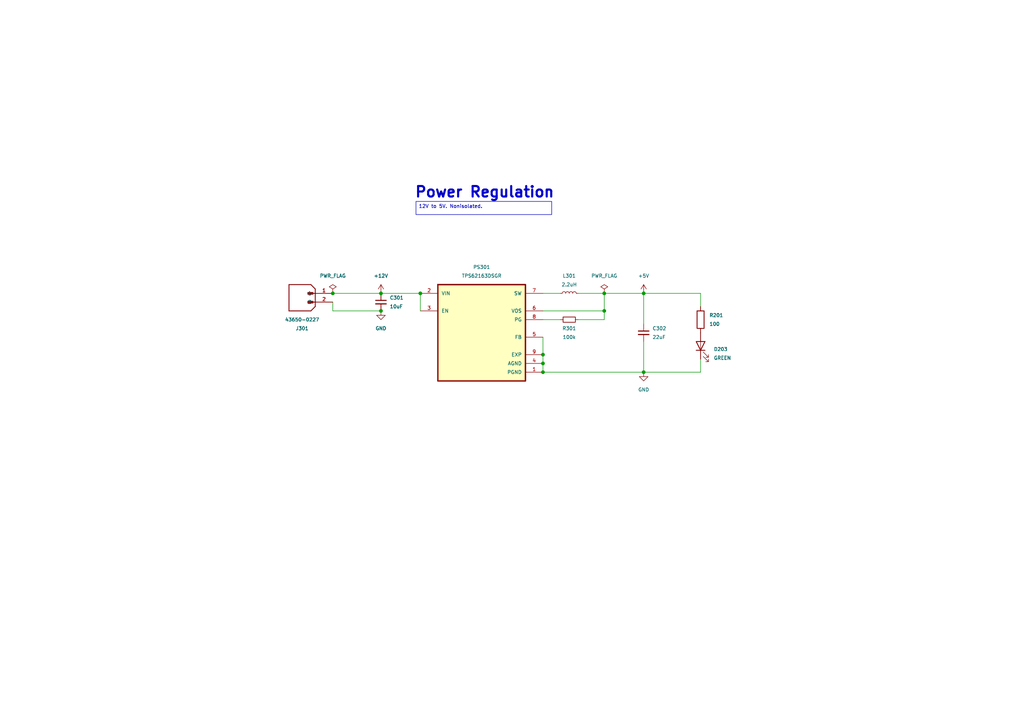
<source format=kicad_sch>
(kicad_sch (version 20230121) (generator eeschema)
  (paper "A4")
  (title_block (title "Blackbody A") (date "2023-07-16") (rev "v0.2.0") (company "LHR Solar") (comment 1 "Jacob Giddens") (comment 2 "Matthew Yu") (comment 3 "Gary Hallock"))
  (lib_symbols
    (symbol "Device:C_Small" (pin_numbers hide) (pin_names (offset 0.254) hide)
      (property "Reference" "C" (at 0.254 1.778 0))
      (property "Value" "C_Small" (at 0.254 -2.032 0))
      (symbol "C_Small_0_1"
        (polyline (pts (xy -1.524 -0.508) (xy 1.524 -0.508)) (stroke (width 0.3302)))
        (polyline (pts (xy -1.524 0.508) (xy 1.524 0.508)) (stroke (width 0.3048)))
      )
      (symbol "C_Small_1_1"
        (pin passive line (at 0 2.54 270) (length 2.032) (name "~") (number "1"))
        (pin passive line (at 0 -2.54 90) (length 2.032) (name "~") (number "2"))
      )
    )
    (symbol "Device:LED" (pin_numbers hide) (pin_names (offset 1.016) hide)
      (property "Reference" "D" (at 0 2.54 0))
      (property "Value" "LED" (at 0 -2.54 0))
      (symbol "LED_0_1"
        (polyline (pts (xy -1.27 -1.27) (xy -1.27 1.27)) (stroke (width 0.254)))
        (polyline (pts (xy -1.27 0) (xy 1.27 0)))
        (polyline (pts (xy 1.27 -1.27) (xy 1.27 1.27) (xy -1.27 0) (xy 1.27 -1.27)) (stroke (width 0.254)))
        (polyline (pts (xy -3.048 -0.762) (xy -4.572 -2.286) (xy -3.81 -2.286) (xy -4.572 -2.286) (xy -4.572 -1.524)))
        (polyline (pts (xy -1.778 -0.762) (xy -3.302 -2.286) (xy -2.54 -2.286) (xy -3.302 -2.286) (xy -3.302 -1.524)))
      )
      (symbol "LED_1_1"
        (pin passive line (at -3.81 0 0) (length 2.54) (name "K") (number "1"))
        (pin passive line (at 3.81 0 180) (length 2.54) (name "A") (number "2"))
      )
    )
    (symbol "Device:L_Small" (pin_numbers hide) (pin_names (offset 0.254) hide)
      (property "Reference" "L" (at 0.762 1.016 0))
      (property "Value" "L_Small" (at 0.762 -1.016 0))
      (symbol "L_Small_0_1"
        (arc (start 0 -2.032) (mid 0.5058 -1.524) (end 0 -1.016))
        (arc (start 0 -1.016) (mid 0.5058 -0.508) (end 0 0))
        (arc (start 0 0) (mid 0.5058 0.508) (end 0 1.016))
        (arc (start 0 1.016) (mid 0.5058 1.524) (end 0 2.032))
      )
      (symbol "L_Small_1_1"
        (pin passive line (at 0 2.54 270) (length 0.508) (name "~") (number "1"))
        (pin passive line (at 0 -2.54 90) (length 0.508) (name "~") (number "2"))
      )
    )
    (symbol "Device:R" (pin_numbers hide) (pin_names (offset 0))
      (property "Reference" "R" (at 2.032 0 90))
      (property "Value" "R" (at 0 0 90))
      (symbol "R_0_1"
        (rectangle (start -1.016 -2.54) (end 1.016 2.54) (stroke (width 0.254)))
      )
      (symbol "R_1_1"
        (pin passive line (at 0 3.81 270) (length 1.27) (name "~") (number "1"))
        (pin passive line (at 0 -3.81 90) (length 1.27) (name "~") (number "2"))
      )
    )
    (symbol "Device:R_Small" (pin_numbers hide) (pin_names (offset 0.254) hide)
      (property "Reference" "R" (at 0.762 0.508 0))
      (property "Value" "R_Small" (at 0.762 -1.016 0))
      (symbol "R_Small_0_1"
        (rectangle (start -0.762 1.778) (end 0.762 -1.778) (stroke (width 0.2032)))
      )
      (symbol "R_Small_1_1"
        (pin passive line (at 0 2.54 270) (length 0.762) (name "~") (number "1"))
        (pin passive line (at 0 -2.54 90) (length 0.762) (name "~") (number "2"))
      )
    )
    (symbol "molex_microfit_43650_0227:43650-0227" (pin_names (offset 1.016))
      (property "Reference" "J" (at 0 3.81 0))
      (property "Value" "43650-0227" (at 0 -7.62 0))
      (symbol "43650-0227_0_0"
        (polyline (pts (xy 0 -3.81) (xy 1.27 -5.08)) (stroke (width 0.254)))
        (polyline (pts (xy 0 -2.54) (xy 1.905 -2.54)) (stroke (width 0.254)))
        (polyline (pts (xy 0 0) (xy 0 -3.81)) (stroke (width 0.254)))
        (polyline (pts (xy 0 0) (xy 1.905 0)) (stroke (width 0.254)))
        (polyline (pts (xy 0 1.27) (xy 0 0)) (stroke (width 0.254)))
        (polyline (pts (xy 0 1.27) (xy 1.27 2.54)) (stroke (width 0.254)))
        (polyline (pts (xy 1.27 -5.08) (xy 7.62 -5.08)) (stroke (width 0.254)))
        (polyline (pts (xy 7.62 -5.08) (xy 7.62 2.54)) (stroke (width 0.254)))
        (polyline (pts (xy 7.62 2.54) (xy 1.27 2.54)) (stroke (width 0.254)))
        (rectangle (start 0.635 -2.8575) (end 2.2225 -2.2225) (stroke (width 0.1)) (fill (type outline)))
        (rectangle (start 0.635 -0.3175) (end 2.2225 0.3175) (stroke (width 0.1)) (fill (type outline)))
        (pin passive line (at -5.08 0 0) (length 5.08) (name "1") (number "1"))
        (pin passive line (at -5.08 -2.54 0) (length 5.08) (name "2") (number "2"))
      )
    )
    (symbol "power:+12V" (power) (pin_names (offset 0))
      (property "Value" "+12V" (at 0 3.556 0))
      (symbol "+12V_0_1"
        (polyline (pts (xy -0.762 1.27) (xy 0 2.54)))
        (polyline (pts (xy 0 0) (xy 0 2.54)))
        (polyline (pts (xy 0 2.54) (xy 0.762 1.27)))
      )
      (symbol "+12V_1_1"
        (pin power_in line (at 0 0 90) (length 0) hide (name "+12V") (number "1"))
      )
    )
    (symbol "power:+5V" (power) (pin_names (offset 0))
      (property "Value" "+5V" (at 0 3.556 0))
      (symbol "+5V_0_1"
        (polyline (pts (xy -0.762 1.27) (xy 0 2.54)))
        (polyline (pts (xy 0 0) (xy 0 2.54)))
        (polyline (pts (xy 0 2.54) (xy 0.762 1.27)))
      )
      (symbol "+5V_1_1"
        (pin power_in line (at 0 0 90) (length 0) hide (name "+5V") (number "1"))
      )
    )
    (symbol "power:GND" (power) (pin_names (offset 0))
      (property "Value" "GND" (at 0 -3.81 0))
      (symbol "GND_0_1"
        (polyline (pts (xy 0 0) (xy 0 -1.27) (xy 1.27 -1.27) (xy 0 -2.54) (xy -1.27 -1.27) (xy 0 -1.27)))
      )
      (symbol "GND_1_1"
        (pin power_in line (at 0 0 270) (length 0) hide (name "GND") (number "1"))
      )
    )
    (symbol "power:PWR_FLAG" (power) (pin_numbers hide) (pin_names (offset 0) hide)
      (property "Value" "PWR_FLAG" (at 0 3.81 0))
      (symbol "PWR_FLAG_0_0"
        (pin power_out line (at 0 0 90) (length 0) (name "pwr") (number "1"))
      )
      (symbol "PWR_FLAG_0_1"
        (polyline (pts (xy 0 0) (xy 0 1.27) (xy -1.016 1.905) (xy 0 2.54) (xy 1.016 1.905) (xy 0 1.27)))
      )
    )
    (symbol "ti_TPS62163DSGR:TPS62163DSGR" (pin_names (offset 1.016))
      (property "Reference" "PS" (at -12.7 13.7 0))
      (property "Value" "TPS62163DSGR" (at -12.7 -17.78 0))
      (symbol "TPS62163DSGR_0_0"
        (rectangle (start -12.7 -15.24) (end 12.7 12.7) (stroke (width 0.41)) (fill (type background)))
        (pin power_in line (at 17.78 -12.7 180) (length 5.08) (name "PGND") (number "1"))
        (pin input line (at -17.78 10.16 0) (length 5.08) (name "VIN") (number "2"))
        (pin input line (at -17.78 5.08 0) (length 5.08) (name "EN") (number "3"))
        (pin power_in line (at 17.78 -10.16 180) (length 5.08) (name "AGND") (number "4"))
        (pin input line (at 17.78 -2.54 180) (length 5.08) (name "FB") (number "5"))
        (pin input line (at 17.78 5.08 180) (length 5.08) (name "VOS") (number "6"))
        (pin output line (at 17.78 10.16 180) (length 5.08) (name "SW") (number "7"))
        (pin output line (at 17.78 2.54 180) (length 5.08) (name "PG") (number "8"))
        (pin passive line (at 17.78 -7.62 180) (length 5.08) (name "EXP") (number "9"))
      )
    )
  )
  (junction (at 157.48 102.87))
  (junction (at 157.48 107.95))
  (junction (at 96.52 85.09))
  (junction (at 186.69 107.95))
  (junction (at 186.69 85.09))
  (junction (at 175.26 90.17))
  (junction (at 110.49 85.09))
  (junction (at 157.48 105.41))
  (junction (at 175.26 85.09))
  (junction (at 121.92 85.09))
  (junction (at 110.49 90.17))
  (wire (pts (xy 157.48 85.09) (xy 162.56 85.09)))
  (wire (pts (xy 186.69 107.95) (xy 157.48 107.95)))
  (wire (pts (xy 157.48 92.71) (xy 162.56 92.71)))
  (wire (pts (xy 157.48 102.87) (xy 157.48 105.41)))
  (wire (pts (xy 203.2 85.09) (xy 203.2 88.9)))
  (wire (pts (xy 186.69 99.06) (xy 186.69 107.95)))
  (wire (pts (xy 157.48 105.41) (xy 157.48 107.95)))
  (wire (pts (xy 157.48 97.79) (xy 157.48 102.87)))
  (wire (pts (xy 96.52 90.17) (xy 110.49 90.17)))
  (wire (pts (xy 203.2 85.09) (xy 186.69 85.09)))
  (wire (pts (xy 175.26 90.17) (xy 175.26 85.09)))
  (wire (pts (xy 96.52 85.09) (xy 110.49 85.09)))
  (wire (pts (xy 121.92 85.09) (xy 121.92 90.17)))
  (wire (pts (xy 110.49 85.09) (xy 121.92 85.09)))
  (wire (pts (xy 203.2 107.95) (xy 186.69 107.95)))
  (wire (pts (xy 157.48 90.17) (xy 175.26 90.17)))
  (wire (pts (xy 186.69 85.09) (xy 186.69 93.98)))
  (wire (pts (xy 175.26 85.09) (xy 186.69 85.09)))
  (wire (pts (xy 167.64 85.09) (xy 175.26 85.09)))
  (wire (pts (xy 175.26 92.71) (xy 175.26 90.17)))
  (wire (pts (xy 96.52 87.63) (xy 96.52 90.17)))
  (wire (pts (xy 203.2 104.14) (xy 203.2 107.95)))
  (wire (pts (xy 167.64 92.71) (xy 175.26 92.71)))
  (text_box "12V to 5V. Nonisolated." (at 120.65 58.42 0) (size 39.37 3.81) (effects (font (size 1.016 1.016)) (justify left top)))
  (text "Power Regulation" (at 120.142 57.658 0) (effects (font (size 3.048 3.048) (thickness 0.6096) bold) (justify left bottom)))
  (symbol (lib_id "Device:R_Small") (at 165.1 92.71 90) (unit 1)
    (property "Reference" "R301" (at 165.1 95.25 90) (effects (font (size 1 1))))
    (property "Value" "100k" (at 165.1 97.79 90) (effects (font (size 1 1))))
    (property "Footprint" "Resistor_SMD:R_0402_1005Metric" (effects hide))
    (property "Datasheet" "https://datasheet.lcsc.com/lcsc/2206010100_UNI-ROYAL-Uniroyal-Elec-0402WGF1003TCE_C25741.pdf" (effects hide))
    (property "Distributor" "JLCPCB" (effects hide))
    (property "Manufacturer" "UNI-ROYAL(Uniroyal Elec)" (effects hide))
    (property "P/N" "0402WGF1003TCE" (effects hide))
    (property "LCSC Part #" "C25741" (effects hide))
    (property "Cost" "0.0004" (effects hide))
  )
  (symbol (lib_id "molex_microfit_43650_0227:43650-0227") (at 91.44 85.09 0) (mirror y) (unit 1)
    (property "Reference" "J301" (at 87.63 95.25 0) (effects (font (size 1 1))))
    (property "Value" "43650-0227" (at 87.63 92.71 0) (effects (font (size 1 1))))
    (property "Footprint" "footprints:molex_microfit_43650_0227" (effects hide))
    (property "Datasheet" "https://www.molex.com/content/dam/molex/molex-dot-com/products/automated/en-us/salesdrawingpdf/436/43650/436500227_sd.pdf" (effects hide))
    (property "Distributor" "Mouser" (effects hide))
    (property "Manufacturer" "Molex" (effects hide))
    (property "P/N" "43650-0227" (effects hide))
    (property "Cost" "0.88" (effects hide))
  )
  (symbol (lib_id "Device:R") (at 203.2 92.71 180) (unit 1)
    (property "Reference" "R201" (at 205.74 91.44 0) (effects (font (size 1 1)) (justify right)))
    (property "Value" "100" (at 205.74 93.98 0) (effects (font (size 1 1)) (justify right)))
    (property "Footprint" "Resistor_SMD:R_0402_1005Metric" (effects hide))
    (property "Datasheet" "https://datasheet.lcsc.com/lcsc/2205311900_UNI-ROYAL-Uniroyal-Elec-0402WGF1000TCE_C25076.pdf" (effects hide))
    (property "Distributor" "JLCPCB" (effects hide))
    (property "Manufacturer" "Uniroyal Elec" (effects hide))
    (property "P/N" "0402WGF1000TCE" (effects hide))
    (property "LCSC Part #" "C25076" (effects hide))
    (property "Cost" "0.0004" (effects hide))
    (instances (project "mppt" (path "" (reference "R201") (unit 1))) (project "MPPT" (path "" (reference "R701") (unit 1))) (project "blackbody_a" (path "" (reference "R?") (unit 1)) (path "" (reference "R302") (unit 1))))
  )
  (symbol (lib_id "Device:C_Small") (at 110.49 87.63 0) (unit 1)
    (property "Reference" "C301" (at 113.03 86.3663 0) (effects (font (size 1 1)) (justify left)))
    (property "Value" "10uF" (at 113.03 88.9063 0) (effects (font (size 1 1)) (justify left)))
    (property "Footprint" "Capacitor_SMD:C_0603_1608Metric" (effects hide))
    (property "Datasheet" "https://datasheet.lcsc.com/lcsc/2304140030_Samsung-Electro-Mechanics-CL10A106MA8NRNC_C96446.pdf" (effects hide))
    (property "Distributor" "JLCPCB" (effects hide))
    (property "Manufacturer" "Samsung Electro-Mechanics" (effects hide))
    (property "P/N" "CL10A106MA8NRNC" (effects hide))
    (property "LCSC Part #" "C96446" (effects hide))
    (property "Cost" "0.0220" (effects hide))
    (property "Notes" "Rated for 25V." (effects hide))
  )
  (symbol (lib_id "power:+5V") (at 186.69 85.09 0) (unit 1)
    (property "Reference" "#PWR0303" (effects hide))
    (property "Value" "+5V" (at 186.69 80.01 0) (effects (font (size 1 1))))
  )
  (symbol (lib_id "ti_TPS62163DSGR:TPS62163DSGR") (at 139.7 95.25 0) (unit 1)
    (property "Reference" "PS301" (at 139.7 77.47 0) (effects (font (size 1 1))))
    (property "Value" "TPS62163DSGR" (at 139.7 80.01 0) (effects (font (size 1 1))))
    (property "Footprint" "footprints:ti_TPS62163DSGR" (effects hide))
    (property "Datasheet" "https://www.ti.com/lit/ds/symlink/tps62163.pdf?ts=1689439651479&ref_url=https%253A%252F%252Fwww.ti.com%252Fproduct%252FTPS62163" (effects hide))
    (property "Distributor" "Mouser" (effects hide))
    (property "Manufacturer" "TI" (effects hide))
    (property "P/N" "TPS62163DSGR, TPS62163DSGT" (effects hide))
    (property "Cost" "1.63" (effects hide))
    (property "Notes" "Alt distributor: TI" (effects hide))
  )
  (symbol (lib_id "Device:LED") (at 203.2 100.33 90) (unit 1)
    (property "Reference" "D203" (at 207.01 101.2825 90) (effects (font (size 1 1)) (justify right)))
    (property "Value" "GREEN" (at 207.01 103.8225 90) (effects (font (size 1 1)) (justify right)))
    (property "Footprint" "LED_SMD:LED_0603_1608Metric" (effects hide))
    (property "Datasheet" "https://datasheet.lcsc.com/lcsc/1811101510_Everlight-Elec-19-217-GHC-YR1S2-3T_C72043.pdf" (effects hide))
    (property "Distributor" "JLCPCB" (effects hide))
    (property "Manufacturer" "Everlight Elec" (effects hide))
    (property "P/N" "19-217/GHC-YR1S2/3T" (effects hide))
    (property "LCSC Part #" "C72043" (effects hide))
    (property "Cost" "0.0248" (effects hide))
    (instances (project "mppt" (path "" (reference "D203") (unit 1))) (project "blackbody_a" (path "" (reference "D?") (unit 1)) (path "" (reference "D301") (unit 1))))
  )
  (symbol (lib_id "power:GND") (at 186.69 107.95 0) (unit 1)
    (property "Reference" "#PWR0304" (effects hide))
    (property "Value" "GND" (at 186.69 113.03 0) (effects (font (size 1 1))))
  )
  (symbol (lib_id "Device:L_Small") (at 165.1 85.09 270) (mirror x) (unit 1)
    (property "Reference" "L301" (at 165.1 80.01 90) (effects (font (size 1 1))))
    (property "Value" "2.2uH" (at 165.1 82.55 90) (effects (font (size 1 1))))
    (property "Footprint" "footprints:tdk_VLS2520" (effects hide))
    (property "Datasheet" "https://product.tdk.com/system/files/dam/doc/product/inductor/inductor/smd/catalog/inductor_commercial_power_vls252010cx-1_en.pdf?ref_disty=mouser" (effects hide))
    (property "Distributor" "Mouser" (effects hide))
    (property "Manufacturer" "TDK" (effects hide))
    (property "P/N" "VLS252010CX-2R2M-1" (effects hide))
    (property "Cost" "0.42" (effects hide))
  )
  (symbol (lib_id "power:PWR_FLAG") (at 96.52 85.09 0) (unit 1)
    (property "Reference" "#FLG0301" (effects hide))
    (property "Value" "PWR_FLAG" (at 96.52 80.01 0) (effects (font (size 1 1))))
  )
  (symbol (lib_id "power:+12V") (at 110.49 85.09 0) (unit 1)
    (property "Reference" "#PWR0301" (effects hide))
    (property "Value" "+12V" (at 110.49 80.01 0) (effects (font (size 1 1))))
  )
  (symbol (lib_id "power:GND") (at 110.49 90.17 0) (unit 1)
    (property "Reference" "#PWR0302" (effects hide))
    (property "Value" "GND" (at 110.49 95.25 0) (effects (font (size 1 1))))
  )
  (symbol (lib_id "Device:C_Small") (at 186.69 96.52 0) (unit 1)
    (property "Reference" "C302" (at 189.23 95.2563 0) (effects (font (size 1 1)) (justify left)))
    (property "Value" "22uF" (at 189.23 97.7963 0) (effects (font (size 1 1)) (justify left)))
    (property "Footprint" "Capacitor_SMD:C_0603_1608Metric" (effects hide))
    (property "Datasheet" "https://datasheet.lcsc.com/lcsc/2304140030_Samsung-Electro-Mechanics-CL10A226MQ8NRNC_C59461.pdf" (effects hide))
    (property "Distributor" "JLCPCB" (effects hide))
    (property "Manufacturer" "Samsung Electro-Mechanics" (effects hide))
    (property "P/N" "CL10A226MQ8NRNC" (effects hide))
    (property "LCSC Part #" "C59461" (effects hide))
    (property "Cost" "0.0089" (effects hide))
    (property "Notes" "Rated at 6.3V. Seems low but same rating on TI application example." (effects hide))
  )
  (symbol (lib_id "power:PWR_FLAG") (at 175.26 85.09 0) (unit 1)
    (property "Reference" "#FLG0302" (effects hide))
    (property "Value" "PWR_FLAG" (at 175.26 80.01 0) (effects (font (size 1 1))))
  )
)
</source>
